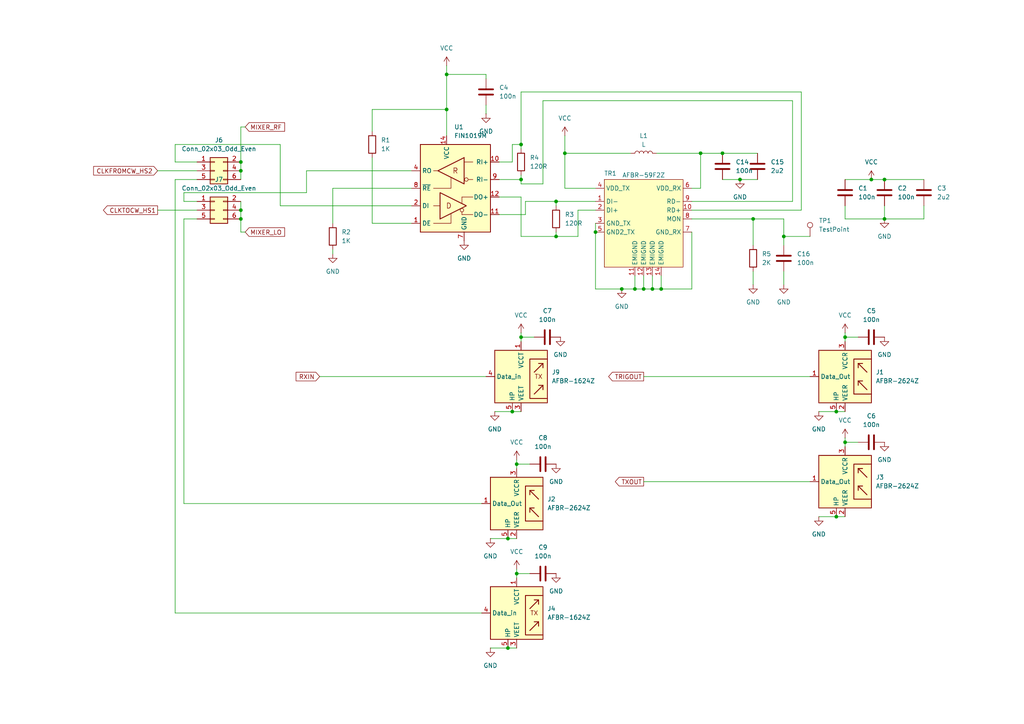
<source format=kicad_sch>
(kicad_sch (version 20231120) (generator "eeschema") (generator_version "8.0")
  (paper "A4")
  (lib_symbols
    (symbol "AFBR-59G2Z:AFBR-59G2Z"
      (property "Reference" "TR" (at 0.508 26.67 0))
      (symbol "AFBR-59G2Z_1_1"
        (rectangle (start 0 25.4) (end 22.86 0) (fill (type background)))
        (pin input line (at -2.54 19.05 0) (length 2.54) (name "DI-") (number "1"))
        (pin output line (at 25.4 16.51 180) (length 2.54) (name "RD+") (number "10"))
        (pin power_in line (at 8.89 -2.54 90) (length 2.54) (name "EMIGND") (number "11"))
        (pin power_in line (at 11.43 -2.54 90) (length 2.54) (name "EMIGND") (number "12"))
        (pin power_in line (at 13.97 -2.54 90) (length 2.54) (name "EMIGND") (number "13"))
        (pin power_in line (at 16.51 -2.54 90) (length 2.54) (name "EMIGND") (number "14"))
        (pin input line (at -2.54 16.51 0) (length 2.54) (name "DI+") (number "2"))
        (pin power_in line (at -2.54 12.7 0) (length 2.54) (name "GND_TX") (number "3"))
        (pin power_in line (at -2.54 22.86 0) (length 2.54) (name "VDD_TX") (number "4"))
        (pin power_in line (at -2.54 10.16 0) (length 2.54) (name "GND2_TX") (number "5"))
        (pin power_in line (at 25.4 22.86 180) (length 2.54) (name "VDD_RX") (number "6"))
        (pin power_in line (at 25.4 10.16 180) (length 2.54) (name "GND_RX") (number "7"))
        (pin output line (at 25.4 13.97 180) (length 2.54) (name "MON") (number "8"))
        (pin output line (at 25.4 19.05 180) (length 2.54) (name "RD-") (number "9"))
      )
    )
    (symbol "Connector:TestPoint" (pin_numbers hide) (pin_names (offset 0.762) hide)
      (property "Reference" "TP" (at 0 6.858 0))
      (property "Value" "TestPoint" (at 0 5.08 0))
      (symbol "TestPoint_0_1"
        (circle (center 0 3.302) (radius 0.762))
      )
      (symbol "TestPoint_1_1"
        (pin passive line (at 0 0 90) (length 2.54) (name "1") (number "1"))
      )
    )
    (symbol "Connector_Generic:Conn_02x03_Odd_Even" (pin_names (offset 1.016) hide)
      (property "Reference" "J" (at 1.27 5.08 0))
      (property "Value" "Conn_02x03_Odd_Even" (at 1.27 -5.08 0))
      (symbol "Conn_02x03_Odd_Even_1_1"
        (rectangle (start -1.27 -2.413) (end 0 -2.667) (stroke (width 0.1524)))
        (rectangle (start -1.27 0.127) (end 0 -0.127) (stroke (width 0.1524)))
        (rectangle (start -1.27 2.667) (end 0 2.413) (stroke (width 0.1524)))
        (rectangle (start -1.27 3.81) (end 3.81 -3.81) (stroke (width 0.254)) (fill (type background)))
        (rectangle (start 3.81 -2.413) (end 2.54 -2.667) (stroke (width 0.1524)))
        (rectangle (start 3.81 0.127) (end 2.54 -0.127) (stroke (width 0.1524)))
        (rectangle (start 3.81 2.667) (end 2.54 2.413) (stroke (width 0.1524)))
        (pin passive line (at -5.08 2.54 0) (length 3.81) (name "Pin_1") (number "1"))
        (pin passive line (at 7.62 2.54 180) (length 3.81) (name "Pin_2") (number "2"))
        (pin passive line (at -5.08 0 0) (length 3.81) (name "Pin_3") (number "3"))
        (pin passive line (at 7.62 0 180) (length 3.81) (name "Pin_4") (number "4"))
        (pin passive line (at -5.08 -2.54 0) (length 3.81) (name "Pin_5") (number "5"))
        (pin passive line (at 7.62 -2.54 180) (length 3.81) (name "Pin_6") (number "6"))
      )
    )
    (symbol "Device:C" (pin_numbers hide) (pin_names (offset 0.254))
      (property "Reference" "C" (at 0.635 2.54 0))
      (property "Value" "C" (at 0.635 -2.54 0))
      (symbol "C_0_1"
        (polyline (pts (xy -2.032 -0.762) (xy 2.032 -0.762)) (stroke (width 0.508)))
        (polyline (pts (xy -2.032 0.762) (xy 2.032 0.762)) (stroke (width 0.508)))
      )
      (symbol "C_1_1"
        (pin passive line (at 0 3.81 270) (length 2.794) (name "~") (number "1"))
        (pin passive line (at 0 -3.81 90) (length 2.794) (name "~") (number "2"))
      )
    )
    (symbol "Device:L" (pin_numbers hide) (pin_names (offset 1.016) hide)
      (property "Reference" "L" (at -1.27 0 90))
      (property "Value" "L" (at 1.905 0 90))
      (symbol "L_0_1"
        (arc (start 0 -2.54) (mid 0.6323 -1.905) (end 0 -1.27))
        (arc (start 0 -1.27) (mid 0.6323 -0.635) (end 0 0))
        (arc (start 0 0) (mid 0.6323 0.635) (end 0 1.27))
        (arc (start 0 1.27) (mid 0.6323 1.905) (end 0 2.54))
      )
      (symbol "L_1_1"
        (pin passive line (at 0 3.81 270) (length 1.27) (name "1") (number "1"))
        (pin passive line (at 0 -3.81 90) (length 1.27) (name "2") (number "2"))
      )
    )
    (symbol "Device:R" (pin_numbers hide) (pin_names (offset 0))
      (property "Reference" "R" (at 2.032 0 90))
      (property "Value" "R" (at 0 0 90))
      (symbol "R_0_1"
        (rectangle (start -1.016 -2.54) (end 1.016 2.54) (stroke (width 0.254)))
      )
      (symbol "R_1_1"
        (pin passive line (at 0 3.81 270) (length 1.27) (name "~") (number "1"))
        (pin passive line (at 0 -3.81 90) (length 1.27) (name "~") (number "2"))
      )
    )
    (symbol "Fiber_Optic:AFBR-1624Z"
      (property "Reference" "J" (at -7.62 8.89 0))
      (property "Value" "AFBR-1624Z" (at 1.27 8.89 0))
      (symbol "AFBR-1624Z_0_0"
        (text "TX" (at 5.08 0 0) (effects (font (size 1.27 1.27))))
      )
      (symbol "AFBR-1624Z_0_1"
        (rectangle (start -7.62 7.62) (end 7.62 -7.62) (stroke (width 0.254)) (fill (type background)))
        (polyline (pts (xy 6.35 -2.54) (xy 3.81 -5.08)) (stroke (width 0.254)))
        (polyline (pts (xy 6.35 -2.54) (xy 5.08 -2.54)) (stroke (width 0.254)))
        (polyline (pts (xy 6.35 -2.54) (xy 6.35 -3.81)) (stroke (width 0.254)))
        (polyline (pts (xy 6.35 3.81) (xy 3.81 1.27)) (stroke (width 0.254)))
        (polyline (pts (xy 6.35 3.81) (xy 5.08 3.81)) (stroke (width 0.254)))
        (polyline (pts (xy 6.35 3.81) (xy 6.35 2.54)) (stroke (width 0.254)))
        (polyline (pts (xy 7.62 5.08) (xy 2.54 5.08) (xy 2.54 -1.27) (xy 2.54 -6.35) (xy 7.62 -6.35)) (stroke (width 0.254)))
      )
      (symbol "AFBR-1624Z_1_1"
        (pin power_in line (at 0 10.16 270) (length 2.54) (name "VCCT") (number "1"))
        (pin no_connect line (at -7.62 5.08 0) (length 2.54) hide (name "NC") (number "2"))
        (pin power_in line (at 0 -10.16 90) (length 2.54) (name "VEET") (number "3"))
        (pin input line (at -10.16 0 0) (length 2.54) (name "Data_in") (number "4"))
        (pin passive line (at -2.54 -10.16 90) (length 2.54) (name "HP") (number "5"))
        (pin passive line (at -2.54 -10.16 90) (length 2.54) hide (name "HP") (number "8"))
      )
    )
    (symbol "Fiber_Optic:AFBR-2624Z"
      (property "Reference" "J" (at -6.35 8.89 0))
      (property "Value" "AFBR-2624Z" (at 1.27 8.89 0))
      (symbol "AFBR-2624Z_0_1"
        (rectangle (start -7.62 7.62) (end 7.62 -7.62) (stroke (width 0.254)) (fill (type background)))
        (polyline (pts (xy -3.81 -1.27) (xy -6.35 -3.81)) (stroke (width 0.254)))
        (polyline (pts (xy -3.81 -1.27) (xy -5.08 -1.27)) (stroke (width 0.254)))
        (polyline (pts (xy -3.81 -1.27) (xy -3.81 -2.54)) (stroke (width 0.254)))
        (polyline (pts (xy -3.81 3.81) (xy -6.35 1.27)) (stroke (width 0.254)))
        (polyline (pts (xy -3.81 3.81) (xy -5.08 3.81)) (stroke (width 0.254)))
        (polyline (pts (xy -3.81 3.81) (xy -3.81 2.54)) (stroke (width 0.254)))
        (polyline (pts (xy -7.62 5.08) (xy -2.54 5.08) (xy -2.54 -5.08) (xy -7.62 -5.08)) (stroke (width 0.254)))
      )
      (symbol "AFBR-2624Z_1_1"
        (pin output line (at 10.16 0 180) (length 2.54) (name "Data_Out") (number "1"))
        (pin power_in line (at 0 -10.16 90) (length 2.54) (name "VEER") (number "2"))
        (pin power_in line (at 0 10.16 270) (length 2.54) (name "VCCR") (number "3"))
        (pin no_connect line (at 7.62 5.08 180) (length 2.54) hide (name "NC") (number "4"))
        (pin passive line (at 2.54 -10.16 90) (length 2.54) (name "HP") (number "5"))
        (pin passive line (at 2.54 -10.16 90) (length 2.54) hide (name "HP") (number "8"))
      )
    )
    (symbol "Interface:FIN1019M"
      (property "Reference" "U" (at -10.16 13.97 0))
      (property "Value" "FIN1019M" (at -10.16 -13.97 0))
      (symbol "FIN1019M_0_0"
        (rectangle (start -10.16 12.7) (end 10.16 -12.7) (stroke (width 0.254)) (fill (type background)))
        (polyline (pts (xy 1.905 -6.858) (xy 1.905 -7.62)))
        (polyline (pts (xy 1.905 -4.445) (xy 1.905 -2.54)))
        (circle (center 1.905 -6.35) (radius 0.508))
        (circle (center 3.175 2.54) (radius 0.508))
        (text "D" (at -1.905 -5.08 0) (effects (font (size 1.524 1.524))))
        (text "R" (at 0 5.08 0) (effects (font (size 1.524 1.524))))
      )
      (symbol "FIN1019M_0_1"
        (polyline (pts (xy -6.35 -5.08) (xy -4.445 -5.08)))
        (polyline (pts (xy -6.35 5.08) (xy -5.08 5.08)))
        (polyline (pts (xy 1.905 -7.62) (xy 5.08 -7.62)))
        (polyline (pts (xy 2.54 7.62) (xy 5.08 7.62)))
        (polyline (pts (xy 5.08 -2.54) (xy 1.905 -2.54)))
        (polyline (pts (xy 5.08 2.54) (xy 3.81 2.54)))
        (polyline (pts (xy -6.35 -10.16) (xy -1.27 -10.16) (xy -1.27 -7.366)))
        (polyline (pts (xy -6.35 0) (xy -1.27 0) (xy -1.27 3.048)))
        (polyline (pts (xy -4.445 -8.89) (xy -4.445 -1.27) (xy 3.175 -5.08) (xy -4.445 -8.89)) (stroke (width 0.254)))
        (polyline (pts (xy 2.54 8.89) (xy 2.54 1.27) (xy -5.08 5.08) (xy 2.54 8.89)) (stroke (width 0.254)))
      )
      (symbol "FIN1019M_1_1"
        (pin input line (at -12.7 -10.16 0) (length 2.54) (name "DE") (number "1"))
        (pin input line (at 12.7 7.62 180) (length 2.54) (name "RI+") (number "10"))
        (pin tri_state line (at 12.7 -7.62 180) (length 2.54) (name "DO-") (number "11"))
        (pin tri_state line (at 12.7 -2.54 180) (length 2.54) (name "DO+") (number "12"))
        (pin no_connect line (at 7.62 12.7 270) (length 2.54) hide (name "NC") (number "13"))
        (pin power_in line (at -2.54 15.24 270) (length 2.54) (name "VCC") (number "14"))
        (pin input line (at -12.7 -5.08 0) (length 2.54) (name "DI") (number "2"))
        (pin no_connect line (at 0 12.7 270) (length 2.54) hide (name "NC") (number "3"))
        (pin tri_state line (at -12.7 5.08 0) (length 2.54) (name "RO") (number "4"))
        (pin no_connect line (at 2.54 12.7 270) (length 2.54) hide (name "NC") (number "5"))
        (pin no_connect line (at 5.08 12.7 270) (length 2.54) hide (name "NC") (number "6"))
        (pin power_in line (at 2.54 -15.24 90) (length 2.54) (name "GND") (number "7"))
        (pin input line (at -12.7 0 0) (length 2.54) (name "~{RE}") (number "8"))
        (pin input line (at 12.7 2.54 180) (length 2.54) (name "RI-") (number "9"))
      )
    )
    (symbol "power:GND" (power) (pin_numbers hide) (pin_names (offset 0) hide)
      (property "Value" "GND" (at 0 -3.81 0))
      (symbol "GND_0_1"
        (polyline (pts (xy 0 0) (xy 0 -1.27) (xy 1.27 -1.27) (xy 0 -2.54) (xy -1.27 -1.27) (xy 0 -1.27)))
      )
      (symbol "GND_1_1"
        (pin power_in line (at 0 0 270) (length 0) (name "~") (number "1"))
      )
    )
    (symbol "power:VCC" (power) (pin_numbers hide) (pin_names (offset 0) hide)
      (property "Value" "VCC" (at 0 3.556 0))
      (symbol "VCC_0_1"
        (polyline (pts (xy -0.762 1.27) (xy 0 2.54)))
        (polyline (pts (xy 0 0) (xy 0 2.54)))
        (polyline (pts (xy 0 2.54) (xy 0.762 1.27)))
      )
      (symbol "VCC_1_1"
        (pin power_in line (at 0 0 90) (length 0) (name "~") (number "1"))
      )
    )
  )
  (junction (at 151.13 97.79))
  (junction (at 149.86 134.62))
  (junction (at 227.33 68.58))
  (junction (at 186.69 83.82))
  (junction (at 149.86 166.37))
  (junction (at 69.85 46.99))
  (junction (at 172.72 67.31))
  (junction (at 129.54 21.59))
  (junction (at 161.29 68.58))
  (junction (at 69.85 63.5))
  (junction (at 151.13 52.07))
  (junction (at 256.54 63.5))
  (junction (at 214.63 52.07))
  (junction (at 129.54 31.75))
  (junction (at 256.54 52.07))
  (junction (at 151.13 41.91))
  (junction (at 242.57 119.38))
  (junction (at 163.83 44.45))
  (junction (at 180.34 83.82))
  (junction (at 191.77 83.82))
  (junction (at 203.2 44.45))
  (junction (at 245.11 128.27))
  (junction (at 148.59 119.38))
  (junction (at 218.44 63.5))
  (junction (at 147.32 156.21))
  (junction (at 147.32 187.96))
  (junction (at 252.73 52.07))
  (junction (at 184.15 83.82))
  (junction (at 242.57 149.86))
  (junction (at 161.29 58.42))
  (junction (at 69.85 60.96))
  (junction (at 69.85 49.53))
  (junction (at 189.23 83.82))
  (junction (at 245.11 97.79))
  (junction (at 209.55 44.45))
  (wire (pts (xy 151.13 52.07) (xy 151.13 53.34)))
  (wire (pts (xy 227.33 78.74) (xy 227.33 82.55)))
  (wire (pts (xy 227.33 63.5) (xy 227.33 68.58)))
  (wire (pts (xy 248.92 97.79) (xy 245.11 97.79)))
  (wire (pts (xy 209.55 52.07) (xy 214.63 52.07)))
  (wire (pts (xy 129.54 39.37) (xy 129.54 31.75)))
  (wire (pts (xy 172.72 83.82) (xy 180.34 83.82)))
  (wire (pts (xy 200.66 63.5) (xy 218.44 63.5)))
  (wire (pts (xy 186.69 109.22) (xy 234.95 109.22)))
  (wire (pts (xy 149.86 166.37) (xy 149.86 165.1)))
  (wire (pts (xy 144.78 52.07) (xy 151.13 52.07)))
  (wire (pts (xy 119.38 64.77) (xy 107.95 64.77)))
  (wire (pts (xy 189.23 80.01) (xy 189.23 83.82)))
  (wire (pts (xy 119.38 54.61) (xy 96.52 54.61)))
  (wire (pts (xy 88.9 49.53) (xy 119.38 49.53)))
  (wire (pts (xy 172.72 67.31) (xy 172.72 83.82)))
  (wire (pts (xy 167.64 68.58) (xy 161.29 68.58)))
  (wire (pts (xy 245.11 52.07) (xy 252.73 52.07)))
  (wire (pts (xy 107.95 45.72) (xy 107.95 64.77)))
  (wire (pts (xy 256.54 63.5) (xy 267.97 63.5)))
  (wire (pts (xy 163.83 54.61) (xy 163.83 44.45)))
  (wire (pts (xy 172.72 54.61) (xy 163.83 54.61)))
  (wire (pts (xy 237.49 119.38) (xy 242.57 119.38)))
  (wire (pts (xy 53.34 63.5) (xy 57.15 63.5)))
  (wire (pts (xy 50.8 46.99) (xy 57.15 46.99)))
  (wire (pts (xy 184.15 80.01) (xy 184.15 83.82)))
  (wire (pts (xy 151.13 50.8) (xy 151.13 52.07)))
  (wire (pts (xy 151.13 26.67) (xy 151.13 41.91)))
  (wire (pts (xy 167.64 60.96) (xy 167.64 68.58)))
  (wire (pts (xy 53.34 58.42) (xy 53.34 55.88)))
  (wire (pts (xy 149.86 134.62) (xy 153.67 134.62)))
  (wire (pts (xy 69.85 60.96) (xy 69.85 63.5)))
  (wire (pts (xy 232.41 60.96) (xy 232.41 26.67)))
  (wire (pts (xy 129.54 21.59) (xy 129.54 31.75)))
  (wire (pts (xy 53.34 146.05) (xy 53.34 63.5)))
  (wire (pts (xy 191.77 83.82) (xy 191.77 80.01)))
  (wire (pts (xy 129.54 19.05) (xy 129.54 21.59)))
  (wire (pts (xy 200.66 54.61) (xy 203.2 54.61)))
  (wire (pts (xy 69.85 36.83) (xy 71.12 36.83)))
  (wire (pts (xy 151.13 57.15) (xy 151.13 68.58)))
  (wire (pts (xy 209.55 44.45) (xy 219.71 44.45)))
  (wire (pts (xy 245.11 97.79) (xy 245.11 96.52)))
  (wire (pts (xy 227.33 68.58) (xy 227.33 71.12)))
  (wire (pts (xy 148.59 119.38) (xy 151.13 119.38)))
  (wire (pts (xy 129.54 31.75) (xy 107.95 31.75)))
  (wire (pts (xy 200.66 83.82) (xy 191.77 83.82)))
  (wire (pts (xy 149.86 166.37) (xy 149.86 167.64)))
  (wire (pts (xy 142.24 156.21) (xy 147.32 156.21)))
  (wire (pts (xy 186.69 80.01) (xy 186.69 83.82)))
  (wire (pts (xy 50.8 41.91) (xy 50.8 46.99)))
  (wire (pts (xy 184.15 83.82) (xy 186.69 83.82)))
  (wire (pts (xy 69.85 52.07) (xy 69.85 49.53)))
  (wire (pts (xy 180.34 83.82) (xy 184.15 83.82)))
  (wire (pts (xy 81.28 41.91) (xy 50.8 41.91)))
  (wire (pts (xy 200.66 67.31) (xy 200.66 83.82)))
  (wire (pts (xy 237.49 149.86) (xy 242.57 149.86)))
  (wire (pts (xy 256.54 52.07) (xy 267.97 52.07)))
  (wire (pts (xy 157.48 29.21) (xy 229.87 29.21)))
  (wire (pts (xy 69.85 63.5) (xy 69.85 67.31)))
  (wire (pts (xy 203.2 44.45) (xy 203.2 54.61)))
  (wire (pts (xy 142.24 187.96) (xy 147.32 187.96)))
  (wire (pts (xy 229.87 29.21) (xy 229.87 58.42)))
  (wire (pts (xy 45.72 60.96) (xy 57.15 60.96)))
  (wire (pts (xy 245.11 128.27) (xy 248.92 128.27)))
  (wire (pts (xy 163.83 44.45) (xy 182.88 44.45)))
  (wire (pts (xy 227.33 68.58) (xy 234.95 68.58)))
  (wire (pts (xy 163.83 44.45) (xy 163.83 39.37)))
  (wire (pts (xy 245.11 128.27) (xy 245.11 129.54)))
  (wire (pts (xy 119.38 59.69) (xy 81.28 59.69)))
  (wire (pts (xy 151.13 97.79) (xy 151.13 96.52)))
  (wire (pts (xy 151.13 57.15) (xy 144.78 57.15)))
  (wire (pts (xy 143.51 119.38) (xy 148.59 119.38)))
  (wire (pts (xy 69.85 58.42) (xy 69.85 60.96)))
  (wire (pts (xy 189.23 83.82) (xy 191.77 83.82)))
  (wire (pts (xy 256.54 59.69) (xy 256.54 63.5)))
  (wire (pts (xy 139.7 177.8) (xy 50.8 177.8)))
  (wire (pts (xy 140.97 21.59) (xy 129.54 21.59)))
  (wire (pts (xy 161.29 58.42) (xy 161.29 59.69)))
  (wire (pts (xy 245.11 97.79) (xy 245.11 99.06)))
  (wire (pts (xy 149.86 134.62) (xy 149.86 135.89)))
  (wire (pts (xy 172.72 64.77) (xy 172.72 67.31)))
  (wire (pts (xy 88.9 55.88) (xy 88.9 49.53)))
  (wire (pts (xy 245.11 127) (xy 245.11 128.27)))
  (wire (pts (xy 149.86 133.35) (xy 149.86 134.62)))
  (wire (pts (xy 140.97 22.86) (xy 140.97 21.59)))
  (wire (pts (xy 53.34 55.88) (xy 88.9 55.88)))
  (wire (pts (xy 45.72 49.53) (xy 57.15 49.53)))
  (wire (pts (xy 186.69 83.82) (xy 189.23 83.82)))
  (wire (pts (xy 107.95 31.75) (xy 107.95 38.1)))
  (wire (pts (xy 214.63 52.07) (xy 219.71 52.07)))
  (wire (pts (xy 81.28 59.69) (xy 81.28 41.91)))
  (wire (pts (xy 151.13 97.79) (xy 151.13 99.06)))
  (wire (pts (xy 92.71 109.22) (xy 140.97 109.22)))
  (wire (pts (xy 157.48 29.21) (xy 157.48 53.34)))
  (wire (pts (xy 190.5 44.45) (xy 203.2 44.45)))
  (wire (pts (xy 218.44 63.5) (xy 227.33 63.5)))
  (wire (pts (xy 69.85 46.99) (xy 69.85 36.83)))
  (wire (pts (xy 144.78 62.23) (xy 152.4 62.23)))
  (wire (pts (xy 140.97 30.48) (xy 140.97 33.02)))
  (wire (pts (xy 242.57 149.86) (xy 245.11 149.86)))
  (wire (pts (xy 147.32 156.21) (xy 149.86 156.21)))
  (wire (pts (xy 50.8 177.8) (xy 50.8 52.07)))
  (wire (pts (xy 50.8 52.07) (xy 57.15 52.07)))
  (wire (pts (xy 153.67 166.37) (xy 149.86 166.37)))
  (wire (pts (xy 152.4 58.42) (xy 161.29 58.42)))
  (wire (pts (xy 161.29 58.42) (xy 172.72 58.42)))
  (wire (pts (xy 161.29 67.31) (xy 161.29 68.58)))
  (wire (pts (xy 203.2 44.45) (xy 209.55 44.45)))
  (wire (pts (xy 147.32 187.96) (xy 149.86 187.96)))
  (wire (pts (xy 186.69 139.7) (xy 234.95 139.7)))
  (wire (pts (xy 232.41 26.67) (xy 151.13 26.67)))
  (wire (pts (xy 151.13 41.91) (xy 148.59 41.91)))
  (wire (pts (xy 148.59 41.91) (xy 148.59 46.99)))
  (wire (pts (xy 69.85 67.31) (xy 71.12 67.31)))
  (wire (pts (xy 267.97 63.5) (xy 267.97 59.69)))
  (wire (pts (xy 218.44 63.5) (xy 218.44 71.12)))
  (wire (pts (xy 154.94 97.79) (xy 151.13 97.79)))
  (wire (pts (xy 152.4 62.23) (xy 152.4 58.42)))
  (wire (pts (xy 151.13 41.91) (xy 151.13 43.18)))
  (wire (pts (xy 245.11 63.5) (xy 256.54 63.5)))
  (wire (pts (xy 200.66 60.96) (xy 232.41 60.96)))
  (wire (pts (xy 96.52 72.39) (xy 96.52 73.66)))
  (wire (pts (xy 161.29 68.58) (xy 151.13 68.58)))
  (wire (pts (xy 57.15 58.42) (xy 53.34 58.42)))
  (wire (pts (xy 96.52 54.61) (xy 96.52 64.77)))
  (wire (pts (xy 139.7 146.05) (xy 53.34 146.05)))
  (wire (pts (xy 242.57 119.38) (xy 245.11 119.38)))
  (wire (pts (xy 151.13 53.34) (xy 157.48 53.34)))
  (wire (pts (xy 252.73 52.07) (xy 256.54 52.07)))
  (wire (pts (xy 218.44 78.74) (xy 218.44 82.55)))
  (wire (pts (xy 148.59 46.99) (xy 144.78 46.99)))
  (wire (pts (xy 245.11 59.69) (xy 245.11 63.5)))
  (wire (pts (xy 69.85 49.53) (xy 69.85 46.99)))
  (wire (pts (xy 172.72 60.96) (xy 167.64 60.96)))
  (wire (pts (xy 229.87 58.42) (xy 200.66 58.42)))
  (global_label "CLKFROMCW_HS2" (shape input) (at 45.72 49.53 180) (property "Intersheetrefs" "${INTERSHEET_REFS}" (effects (hide yes))))
  (global_label "TRIGOUT" (shape output) (at 186.69 109.22 180) (property "Intersheetrefs" "${INTERSHEET_REFS}" (effects (hide yes))))
  (global_label "MIXER_RF" (shape input) (at 71.12 36.83 0) (property "Intersheetrefs" "${INTERSHEET_REFS}" (effects (hide yes))))
  (global_label "RXIN" (shape input) (at 92.71 109.22 180) (property "Intersheetrefs" "${INTERSHEET_REFS}" (effects (hide yes))))
  (global_label "CLKTOCW_HS1" (shape output) (at 45.72 60.96 180) (property "Intersheetrefs" "${INTERSHEET_REFS}" (effects (hide yes))))
  (global_label "MIXER_LO" (shape input) (at 71.12 67.31 0) (property "Intersheetrefs" "${INTERSHEET_REFS}" (effects (hide yes))))
  (global_label "TXOUT" (shape output) (at 186.69 139.7 180) (property "Intersheetrefs" "${INTERSHEET_REFS}" (effects (hide yes))))
  (symbol (lib_id "power:VCC") (at 149.86 133.35 0) (unit 1)
    (property "Reference" "#PWR021" (effects (hide yes)))
    (property "Value" "VCC" (at 149.86 128.27 0))
    (property "Description" "Power symbol creates a global label with name \"VCC\"" (effects (hide yes)))
  )
  (symbol (lib_id "power:VCC") (at 245.11 96.52 0) (unit 1)
    (property "Reference" "#PWR013" (effects (hide yes)))
    (property "Value" "VCC" (at 245.11 91.44 0))
    (property "Description" "Power symbol creates a global label with name \"VCC\"" (effects (hide yes)))
  )
  (symbol (lib_id "Connector_Generic:Conn_02x03_Odd_Even") (at 62.23 49.53 0) (unit 1)
    (property "Reference" "J6" (at 63.5 40.64 0))
    (property "Value" "Conn_02x03_Odd_Even" (at 63.5 43.18 0))
    (property "Footprint" "Connector_PinHeader_2.54mm:PinHeader_2x03_P2.54mm_Vertical" (effects (hide yes)))
    (property "Description" "Generic connector, double row, 02x03, odd/even pin numbering scheme (row 1 odd numbers, row 2 even numbers), script generated (kicad-library-utils/schlib/autogen/connector/)" (effects (hide yes)))
  )
  (symbol (lib_id "Fiber_Optic:AFBR-2624Z") (at 149.86 146.05 0) (mirror y) (unit 1)
    (property "Reference" "J2" (at 158.75 144.7799 0) (effects (justify right)))
    (property "Value" "AFBR-2624Z" (at 158.75 147.3199 0) (effects (justify right)))
    (property "Footprint" "OptoDevice:Broadcom_AFBR-16xxZ_Horizontal" (effects (hide yes)))
    (property "Datasheet" "https://docs.broadcom.com/docs/AV02-4369EN" (effects (hide yes)))
    (property "Description" "Versatile Link Fiber Optic Receiver" (effects (hide yes)))
  )
  (symbol (lib_id "power:GND") (at 162.56 97.79 0) (unit 1)
    (property "Reference" "#PWR018" (effects (hide yes)))
    (property "Value" "GND" (at 162.56 102.87 0))
    (property "Description" "Power symbol creates a global label with name \"GND\" , ground" (effects (hide yes)))
  )
  (symbol (lib_id "Device:C") (at 267.97 55.88 0) (unit 1)
    (property "Reference" "C3" (at 271.78 54.6099 0) (effects (justify left)))
    (property "Value" "2u2" (at 271.78 57.1499 0) (effects (justify left)))
    (property "Footprint" "Capacitor_SMD:C_0603_1608Metric" (effects (hide yes)))
    (property "Description" "Unpolarized capacitor" (effects (hide yes)))
  )
  (symbol (lib_id "Device:L") (at 186.69 44.45 90) (unit 1)
    (property "Reference" "L1" (at 186.69 39.37 90))
    (property "Value" "L" (at 186.69 41.91 90))
    (property "Footprint" "Inductor_SMD:L_0603_1608Metric" (effects (hide yes)))
    (property "Description" "Inductor" (effects (hide yes)))
  )
  (symbol (lib_id "Fiber_Optic:AFBR-2624Z") (at 245.11 139.7 0) (mirror y) (unit 1)
    (property "Reference" "J3" (at 254 138.4299 0) (effects (justify right)))
    (property "Value" "AFBR-2624Z" (at 254 140.9699 0) (effects (justify right)))
    (property "Footprint" "OptoDevice:Broadcom_AFBR-16xxZ_Horizontal" (effects (hide yes)))
    (property "Datasheet" "https://docs.broadcom.com/docs/AV02-4369EN" (effects (hide yes)))
    (property "Description" "Versatile Link Fiber Optic Receiver" (effects (hide yes)))
  )
  (symbol (lib_id "power:VCC") (at 151.13 96.52 0) (unit 1)
    (property "Reference" "#PWR015" (effects (hide yes)))
    (property "Value" "VCC" (at 151.13 91.44 0))
    (property "Description" "Power symbol creates a global label with name \"VCC\"" (effects (hide yes)))
  )
  (symbol (lib_id "power:VCC") (at 163.83 39.37 0) (unit 1)
    (property "Reference" "#PWR05" (effects (hide yes)))
    (property "Value" "VCC" (at 163.83 34.29 0))
    (property "Description" "Power symbol creates a global label with name \"VCC\"" (effects (hide yes)))
  )
  (symbol (lib_id "power:GND") (at 227.33 82.55 0) (unit 1)
    (property "Reference" "#PWR029" (effects (hide yes)))
    (property "Value" "GND" (at 227.33 87.63 0))
    (property "Description" "Power symbol creates a global label with name \"GND\" , ground" (effects (hide yes)))
  )
  (symbol (lib_id "Device:C") (at 219.71 48.26 0) (unit 1)
    (property "Reference" "C15" (at 223.52 46.9899 0) (effects (justify left)))
    (property "Value" "2u2" (at 223.52 49.5299 0) (effects (justify left)))
    (property "Footprint" "Capacitor_SMD:C_0603_1608Metric" (effects (hide yes)))
    (property "Description" "Unpolarized capacitor" (effects (hide yes)))
  )
  (symbol (lib_id "power:GND") (at 143.51 119.38 0) (unit 1)
    (property "Reference" "#PWR012" (effects (hide yes)))
    (property "Value" "GND" (at 143.51 124.46 0))
    (property "Description" "Power symbol creates a global label with name \"GND\" , ground" (effects (hide yes)))
  )
  (symbol (lib_id "Device:C") (at 157.48 134.62 90) (unit 1)
    (property "Reference" "C8" (at 157.48 127 90))
    (property "Value" "100n" (at 157.48 129.54 90))
    (property "Footprint" "Capacitor_SMD:C_0603_1608Metric" (effects (hide yes)))
    (property "Description" "Unpolarized capacitor" (effects (hide yes)))
  )
  (symbol (lib_id "Device:C") (at 209.55 48.26 0) (unit 1)
    (property "Reference" "C14" (at 213.36 46.9899 0) (effects (justify left)))
    (property "Value" "100n" (at 213.36 49.5299 0) (effects (justify left)))
    (property "Footprint" "Capacitor_SMD:C_0603_1608Metric" (effects (hide yes)))
    (property "Description" "Unpolarized capacitor" (effects (hide yes)))
  )
  (symbol (lib_id "Interface:FIN1019M") (at 132.08 54.61 0) (unit 1)
    (property "Reference" "U1" (at 131.7341 36.83 0) (effects (justify left)))
    (property "Value" "FIN1019M" (at 131.7341 39.37 0) (effects (justify left)))
    (property "Footprint" "Package_SO:SOIC-14_3.9x8.7mm_P1.27mm" (effects (hide yes)))
    (property "Datasheet" "http://www.onsemi.com/pub/Collateral/FIN1019-D.pdf" (effects (hide yes)))
    (property "Description" "3.3V LVDS High Speed Differential Driver/Receiver, 400Mbps, SOIC-14" (effects (hide yes)))
  )
  (symbol (lib_id "power:GND") (at 142.24 187.96 0) (unit 1)
    (property "Reference" "#PWR020" (effects (hide yes)))
    (property "Value" "GND" (at 142.24 193.04 0))
    (property "Description" "Power symbol creates a global label with name \"GND\" , ground" (effects (hide yes)))
  )
  (symbol (lib_id "Fiber_Optic:AFBR-2624Z") (at 245.11 109.22 0) (mirror y) (unit 1)
    (property "Reference" "J1" (at 254 107.9499 0) (effects (justify right)))
    (property "Value" "AFBR-2624Z" (at 254 110.4899 0) (effects (justify right)))
    (property "Footprint" "OptoDevice:Broadcom_AFBR-16xxZ_Horizontal" (effects (hide yes)))
    (property "Datasheet" "https://docs.broadcom.com/docs/AV02-4369EN" (effects (hide yes)))
    (property "Description" "Versatile Link Fiber Optic Receiver" (effects (hide yes)))
  )
  (symbol (lib_id "Device:R") (at 107.95 41.91 0) (unit 1)
    (property "Reference" "R1" (at 110.49 40.6399 0) (effects (justify left)))
    (property "Value" "1K" (at 110.49 43.1799 0) (effects (justify left)))
    (property "Footprint" "Resistor_SMD:R_0603_1608Metric" (effects (hide yes)))
    (property "Description" "Resistor" (effects (hide yes)))
  )
  (symbol (lib_id "Device:C") (at 256.54 55.88 0) (unit 1)
    (property "Reference" "C2" (at 260.35 54.6099 0) (effects (justify left)))
    (property "Value" "100n" (at 260.35 57.1499 0) (effects (justify left)))
    (property "Footprint" "Capacitor_SMD:C_0603_1608Metric" (effects (hide yes)))
    (property "Description" "Unpolarized capacitor" (effects (hide yes)))
  )
  (symbol (lib_id "Device:R") (at 161.29 63.5 0) (unit 1)
    (property "Reference" "R3" (at 163.83 62.2299 0) (effects (justify left)))
    (property "Value" "120R" (at 163.83 64.7699 0) (effects (justify left)))
    (property "Footprint" "Resistor_SMD:R_0603_1608Metric" (effects (hide yes)))
    (property "Description" "Resistor" (effects (hide yes)))
  )
  (symbol (lib_id "power:GND") (at 237.49 149.86 0) (unit 1)
    (property "Reference" "#PWR011" (effects (hide yes)))
    (property "Value" "GND" (at 237.49 154.94 0))
    (property "Description" "Power symbol creates a global label with name \"GND\" , ground" (effects (hide yes)))
  )
  (symbol (lib_id "power:GND") (at 256.54 63.5 0) (unit 1)
    (property "Reference" "#PWR08" (effects (hide yes)))
    (property "Value" "GND" (at 256.54 68.58 0))
    (property "Description" "Power symbol creates a global label with name \"GND\" , ground" (effects (hide yes)))
  )
  (symbol (lib_id "Device:C") (at 140.97 26.67 0) (unit 1)
    (property "Reference" "C4" (at 144.78 25.3999 0) (effects (justify left)))
    (property "Value" "100n" (at 144.78 27.9399 0) (effects (justify left)))
    (property "Footprint" "Capacitor_SMD:C_0603_1608Metric" (effects (hide yes)))
    (property "Description" "Unpolarized capacitor" (effects (hide yes)))
  )
  (symbol (lib_id "power:VCC") (at 149.86 165.1 0) (unit 1)
    (property "Reference" "#PWR022" (effects (hide yes)))
    (property "Value" "VCC" (at 149.86 160.02 0))
    (property "Description" "Power symbol creates a global label with name \"VCC\"" (effects (hide yes)))
  )
  (symbol (lib_id "Fiber_Optic:AFBR-1624Z") (at 149.86 177.8 0) (unit 1)
    (property "Reference" "J4" (at 158.75 176.5299 0) (effects (justify left)))
    (property "Value" "AFBR-1624Z" (at 158.75 179.0699 0) (effects (justify left)))
    (property "Footprint" "OptoDevice:Broadcom_AFBR-16xxZ_Horizontal" (effects (hide yes)))
    (property "Datasheet" "https://docs.broadcom.com/docs/AV02-4369EN" (effects (hide yes)))
    (property "Description" "Versatile Link Fiber Optic Transmitter" (effects (hide yes)))
  )
  (symbol (lib_id "power:GND") (at 180.34 83.82 0) (unit 1)
    (property "Reference" "#PWR01" (effects (hide yes)))
    (property "Value" "GND" (at 180.34 88.9 0))
    (property "Description" "Power symbol creates a global label with name \"GND\" , ground" (effects (hide yes)))
  )
  (symbol (lib_id "power:GND") (at 161.29 166.37 0) (unit 1)
    (property "Reference" "#PWR024" (effects (hide yes)))
    (property "Value" "GND" (at 161.29 171.45 0))
    (property "Description" "Power symbol creates a global label with name \"GND\" , ground" (effects (hide yes)))
  )
  (symbol (lib_id "Device:C") (at 158.75 97.79 90) (unit 1)
    (property "Reference" "C7" (at 158.75 90.17 90))
    (property "Value" "100n" (at 158.75 92.71 90))
    (property "Footprint" "Capacitor_SMD:C_0603_1608Metric" (effects (hide yes)))
    (property "Description" "Unpolarized capacitor" (effects (hide yes)))
  )
  (symbol (lib_id "power:GND") (at 256.54 128.27 0) (unit 1)
    (property "Reference" "#PWR017" (effects (hide yes)))
    (property "Value" "GND" (at 256.54 133.35 0))
    (property "Description" "Power symbol creates a global label with name \"GND\" , ground" (effects (hide yes)))
  )
  (symbol (lib_id "Connector:TestPoint") (at 234.95 68.58 0) (unit 1)
    (property "Reference" "TP1" (at 237.49 64.0079 0) (effects (justify left)))
    (property "Value" "TestPoint" (at 237.49 66.5479 0) (effects (justify left)))
    (property "Footprint" "TestPoint:TestPoint_Keystone_5005-5009_Compact" (effects (hide yes)))
    (property "Description" "test point" (effects (hide yes)))
  )
  (symbol (lib_id "Connector_Generic:Conn_02x03_Odd_Even") (at 62.23 60.96 0) (unit 1)
    (property "Reference" "J7" (at 63.5 52.07 0))
    (property "Value" "Conn_02x03_Odd_Even" (at 63.5 54.61 0))
    (property "Footprint" "Connector_PinHeader_2.54mm:PinHeader_2x03_P2.54mm_Vertical" (effects (hide yes)))
    (property "Description" "Generic connector, double row, 02x03, odd/even pin numbering scheme (row 1 odd numbers, row 2 even numbers), script generated (kicad-library-utils/schlib/autogen/connector/)" (effects (hide yes)))
  )
  (symbol (lib_id "power:GND") (at 140.97 33.02 0) (unit 1)
    (property "Reference" "#PWR07" (effects (hide yes)))
    (property "Value" "GND" (at 140.97 38.1 0))
    (property "Description" "Power symbol creates a global label with name \"GND\" , ground" (effects (hide yes)))
  )
  (symbol (lib_id "Device:C") (at 157.48 166.37 90) (unit 1)
    (property "Reference" "C9" (at 157.48 158.75 90))
    (property "Value" "100n" (at 157.48 161.29 90))
    (property "Footprint" "Capacitor_SMD:C_0603_1608Metric" (effects (hide yes)))
    (property "Description" "Unpolarized capacitor" (effects (hide yes)))
  )
  (symbol (lib_id "Device:C") (at 252.73 128.27 90) (unit 1)
    (property "Reference" "C6" (at 252.73 120.65 90))
    (property "Value" "100n" (at 252.73 123.19 90))
    (property "Footprint" "Capacitor_SMD:C_0603_1608Metric" (effects (hide yes)))
    (property "Description" "Unpolarized capacitor" (effects (hide yes)))
  )
  (symbol (lib_id "Device:C") (at 252.73 97.79 90) (unit 1)
    (property "Reference" "C5" (at 252.73 90.17 90))
    (property "Value" "100n" (at 252.73 92.71 90))
    (property "Footprint" "Capacitor_SMD:C_0603_1608Metric" (effects (hide yes)))
    (property "Description" "Unpolarized capacitor" (effects (hide yes)))
  )
  (symbol (lib_id "power:GND") (at 237.49 119.38 0) (unit 1)
    (property "Reference" "#PWR010" (effects (hide yes)))
    (property "Value" "GND" (at 237.49 124.46 0))
    (property "Description" "Power symbol creates a global label with name \"GND\" , ground" (effects (hide yes)))
  )
  (symbol (lib_id "power:GND") (at 218.44 82.55 0) (unit 1)
    (property "Reference" "#PWR06" (effects (hide yes)))
    (property "Value" "GND" (at 218.44 87.63 0))
    (property "Description" "Power symbol creates a global label with name \"GND\" , ground" (effects (hide yes)))
  )
  (symbol (lib_id "power:VCC") (at 252.73 52.07 0) (unit 1)
    (property "Reference" "#PWR09" (effects (hide yes)))
    (property "Value" "VCC" (at 252.73 46.99 0))
    (property "Description" "Power symbol creates a global label with name \"VCC\"" (effects (hide yes)))
  )
  (symbol (lib_id "Device:R") (at 151.13 46.99 0) (unit 1)
    (property "Reference" "R4" (at 153.67 45.7199 0) (effects (justify left)))
    (property "Value" "120R" (at 153.67 48.2599 0) (effects (justify left)))
    (property "Footprint" "Resistor_SMD:R_0603_1608Metric" (effects (hide yes)))
    (property "Description" "Resistor" (effects (hide yes)))
  )
  (symbol (lib_id "Device:C") (at 245.11 55.88 0) (unit 1)
    (property "Reference" "C1" (at 248.92 54.6099 0) (effects (justify left)))
    (property "Value" "100n" (at 248.92 57.1499 0) (effects (justify left)))
    (property "Footprint" "Capacitor_SMD:C_0603_1608Metric" (effects (hide yes)))
    (property "Description" "Unpolarized capacitor" (effects (hide yes)))
  )
  (symbol (lib_id "Device:R") (at 96.52 68.58 0) (unit 1)
    (property "Reference" "R2" (at 99.06 67.3099 0) (effects (justify left)))
    (property "Value" "1K" (at 99.06 69.8499 0) (effects (justify left)))
    (property "Footprint" "Resistor_SMD:R_0603_1608Metric" (effects (hide yes)))
    (property "Description" "Resistor" (effects (hide yes)))
  )
  (symbol (lib_id "AFBR-59G2Z:AFBR-59G2Z") (at 175.26 77.47 0) (unit 1)
    (property "Reference" "TR1" (at 177.038 50.292 0))
    (property "Value" "AFBR-59F2Z" (at 186.69 50.8 0))
    (property "Footprint" "AFBR-59F2Z:AFBR-59F2Z" (effects (hide yes)))
  )
  (symbol (lib_id "power:GND") (at 96.52 73.66 0) (unit 1)
    (property "Reference" "#PWR03" (effects (hide yes)))
    (property "Value" "GND" (at 96.52 78.74 0))
    (property "Description" "Power symbol creates a global label with name \"GND\" , ground" (effects (hide yes)))
  )
  (symbol (lib_id "power:GND") (at 134.62 69.85 0) (unit 1)
    (property "Reference" "#PWR02" (effects (hide yes)))
    (property "Value" "GND" (at 134.62 74.93 0))
    (property "Description" "Power symbol creates a global label with name \"GND\" , ground" (effects (hide yes)))
  )
  (symbol (lib_id "power:GND") (at 256.54 97.79 0) (unit 1)
    (property "Reference" "#PWR016" (effects (hide yes)))
    (property "Value" "GND" (at 256.54 102.87 0))
    (property "Description" "Power symbol creates a global label with name \"GND\" , ground" (effects (hide yes)))
  )
  (symbol (lib_id "power:GND") (at 142.24 156.21 0) (unit 1)
    (property "Reference" "#PWR019" (effects (hide yes)))
    (property "Value" "GND" (at 142.24 161.29 0))
    (property "Description" "Power symbol creates a global label with name \"GND\" , ground" (effects (hide yes)))
  )
  (symbol (lib_id "Device:C") (at 227.33 74.93 0) (unit 1)
    (property "Reference" "C16" (at 231.14 73.6599 0) (effects (justify left)))
    (property "Value" "100n" (at 231.14 76.1999 0) (effects (justify left)))
    (property "Footprint" "Capacitor_SMD:C_0603_1608Metric" (effects (hide yes)))
    (property "Description" "Unpolarized capacitor" (effects (hide yes)))
  )
  (symbol (lib_id "power:VCC") (at 245.11 127 0) (unit 1)
    (property "Reference" "#PWR014" (effects (hide yes)))
    (property "Value" "VCC" (at 245.11 121.92 0))
    (property "Description" "Power symbol creates a global label with name \"VCC\"" (effects (hide yes)))
  )
  (symbol (lib_id "Fiber_Optic:AFBR-1624Z") (at 151.13 109.22 0) (unit 1)
    (property "Reference" "J9" (at 160.02 107.9499 0) (effects (justify left)))
    (property "Value" "AFBR-1624Z" (at 160.02 110.4899 0) (effects (justify left)))
    (property "Footprint" "OptoDevice:Broadcom_AFBR-16xxZ_Horizontal" (effects (hide yes)))
    (property "Datasheet" "https://docs.broadcom.com/docs/AV02-4369EN" (effects (hide yes)))
    (property "Description" "Versatile Link Fiber Optic Transmitter" (effects (hide yes)))
  )
  (symbol (lib_id "Device:R") (at 218.44 74.93 0) (unit 1)
    (property "Reference" "R5" (at 220.98 73.6599 0) (effects (justify left)))
    (property "Value" "2K" (at 220.98 76.1999 0) (effects (justify left)))
    (property "Footprint" "Resistor_SMD:R_0603_1608Metric" (effects (hide yes)))
    (property "Description" "Resistor" (effects (hide yes)))
  )
  (symbol (lib_id "power:GND") (at 214.63 52.07 0) (unit 1)
    (property "Reference" "#PWR028" (effects (hide yes)))
    (property "Value" "GND" (at 214.63 57.15 0))
    (property "Description" "Power symbol creates a global label with name \"GND\" , ground" (effects (hide yes)))
  )
  (symbol (lib_id "power:GND") (at 161.29 134.62 0) (unit 1)
    (property "Reference" "#PWR023" (effects (hide yes)))
    (property "Value" "GND" (at 161.29 139.7 0))
    (property "Description" "Power symbol creates a global label with name \"GND\" , ground" (effects (hide yes)))
  )
  (symbol (lib_id "power:VCC") (at 129.54 19.05 0) (unit 1)
    (property "Reference" "#PWR04" (effects (hide yes)))
    (property "Value" "VCC" (at 129.54 13.97 0))
    (property "Description" "Power symbol creates a global label with name \"VCC\"" (effects (hide yes)))
  )
)
</source>
